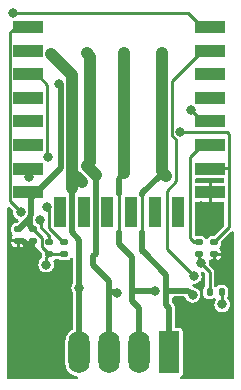
<source format=gtl>
G04 #@! TF.GenerationSoftware,KiCad,Pcbnew,6.0.10-86aedd382b~118~ubuntu22.04.1*
G04 #@! TF.CreationDate,2023-01-28T15:28:02-08:00*
G04 #@! TF.ProjectId,esp8266-dongle,65737038-3236-4362-9d64-6f6e676c652e,rev?*
G04 #@! TF.SameCoordinates,Original*
G04 #@! TF.FileFunction,Copper,L1,Top*
G04 #@! TF.FilePolarity,Positive*
%FSLAX46Y46*%
G04 Gerber Fmt 4.6, Leading zero omitted, Abs format (unit mm)*
G04 Created by KiCad (PCBNEW 6.0.10-86aedd382b~118~ubuntu22.04.1) date 2023-01-28 15:28:02*
%MOMM*%
%LPD*%
G01*
G04 APERTURE LIST*
G04 Aperture macros list*
%AMRoundRect*
0 Rectangle with rounded corners*
0 $1 Rounding radius*
0 $2 $3 $4 $5 $6 $7 $8 $9 X,Y pos of 4 corners*
0 Add a 4 corners polygon primitive as box body*
4,1,4,$2,$3,$4,$5,$6,$7,$8,$9,$2,$3,0*
0 Add four circle primitives for the rounded corners*
1,1,$1+$1,$2,$3*
1,1,$1+$1,$4,$5*
1,1,$1+$1,$6,$7*
1,1,$1+$1,$8,$9*
0 Add four rect primitives between the rounded corners*
20,1,$1+$1,$2,$3,$4,$5,0*
20,1,$1+$1,$4,$5,$6,$7,0*
20,1,$1+$1,$6,$7,$8,$9,0*
20,1,$1+$1,$8,$9,$2,$3,0*%
G04 Aperture macros list end*
G04 #@! TA.AperFunction,SMDPad,CuDef*
%ADD10RoundRect,0.135000X0.185000X-0.135000X0.185000X0.135000X-0.185000X0.135000X-0.185000X-0.135000X0*%
G04 #@! TD*
G04 #@! TA.AperFunction,SMDPad,CuDef*
%ADD11RoundRect,0.135000X-0.185000X0.135000X-0.185000X-0.135000X0.185000X-0.135000X0.185000X0.135000X0*%
G04 #@! TD*
G04 #@! TA.AperFunction,SMDPad,CuDef*
%ADD12R,2.500000X1.100000*%
G04 #@! TD*
G04 #@! TA.AperFunction,SMDPad,CuDef*
%ADD13R,1.100000X2.500000*%
G04 #@! TD*
G04 #@! TA.AperFunction,ComponentPad*
%ADD14R,1.800000X3.600000*%
G04 #@! TD*
G04 #@! TA.AperFunction,ComponentPad*
%ADD15O,1.800000X3.600000*%
G04 #@! TD*
G04 #@! TA.AperFunction,SMDPad,CuDef*
%ADD16RoundRect,0.140000X-0.170000X0.140000X-0.170000X-0.140000X0.170000X-0.140000X0.170000X0.140000X0*%
G04 #@! TD*
G04 #@! TA.AperFunction,SMDPad,CuDef*
%ADD17RoundRect,0.135000X-0.135000X-0.185000X0.135000X-0.185000X0.135000X0.185000X-0.135000X0.185000X0*%
G04 #@! TD*
G04 #@! TA.AperFunction,ViaPad*
%ADD18C,0.800000*%
G04 #@! TD*
G04 #@! TA.AperFunction,Conductor*
%ADD19C,0.500000*%
G04 #@! TD*
G04 #@! TA.AperFunction,Conductor*
%ADD20C,0.250000*%
G04 #@! TD*
G04 #@! TA.AperFunction,Conductor*
%ADD21C,1.000000*%
G04 #@! TD*
G04 APERTURE END LIST*
D10*
G04 #@! TO.P,R2,1*
G04 #@! TO.N,+3V3*
X122555000Y-98300000D03*
G04 #@! TO.P,R2,2*
G04 #@! TO.N,/GPIO2*
X122555000Y-97280000D03*
G04 #@! TD*
D11*
G04 #@! TO.P,R1,1*
G04 #@! TO.N,/ROUTER_RX*
X123825000Y-97280000D03*
G04 #@! TO.P,R1,2*
G04 #@! TO.N,GND*
X123825000Y-98300000D03*
G04 #@! TD*
D12*
G04 #@! TO.P,U1,1,REST*
G04 #@! TO.N,/RESET*
X108090000Y-79060000D03*
G04 #@! TO.P,U1,2,ADC*
G04 #@! TO.N,/ADC*
X108090000Y-81060000D03*
G04 #@! TO.P,U1,3,CH_PD*
G04 #@! TO.N,/CH_PD*
X108090000Y-83060000D03*
G04 #@! TO.P,U1,4,GPIO16*
G04 #@! TO.N,/GPIO16*
X108090000Y-85060000D03*
G04 #@! TO.P,U1,5,GPIO14*
G04 #@! TO.N,/GPIO14*
X108090000Y-87060000D03*
G04 #@! TO.P,U1,6,GPIO12*
G04 #@! TO.N,/GPIO12*
X108090000Y-89060000D03*
G04 #@! TO.P,U1,7,GPIO13*
G04 #@! TO.N,/ROUTER_TX*
X108090000Y-91060000D03*
G04 #@! TO.P,U1,8,VCC*
G04 #@! TO.N,+3V3*
X108090000Y-93060000D03*
G04 #@! TO.P,U1,9,GND*
G04 #@! TO.N,GND*
X123490000Y-93060000D03*
G04 #@! TO.P,U1,10,GPIO15*
G04 #@! TO.N,/ROUTER_RX*
X123490000Y-91060000D03*
G04 #@! TO.P,U1,11,GPIO2*
G04 #@! TO.N,/GPIO2*
X123490000Y-89060000D03*
G04 #@! TO.P,U1,12,GPIO0*
G04 #@! TO.N,/GPIO0*
X123490000Y-87060000D03*
G04 #@! TO.P,U1,13,GPIO4*
G04 #@! TO.N,/GPIO4*
X123490000Y-85060000D03*
G04 #@! TO.P,U1,14,GPIO5*
G04 #@! TO.N,/GPIO5*
X123490000Y-83060000D03*
G04 #@! TO.P,U1,15,RXD*
G04 #@! TO.N,/RXD*
X123490000Y-81060000D03*
G04 #@! TO.P,U1,16,TXD*
G04 #@! TO.N,/TXD*
X123490000Y-79060000D03*
D13*
G04 #@! TO.P,U1,17,CS0*
G04 #@! TO.N,unconnected-(U1-Pad17)*
X110780000Y-94760000D03*
G04 #@! TO.P,U1,18,MISO*
G04 #@! TO.N,unconnected-(U1-Pad18)*
X112780000Y-94760000D03*
G04 #@! TO.P,U1,19,GPIO9*
G04 #@! TO.N,/GPIO9*
X114780000Y-94760000D03*
G04 #@! TO.P,U1,20,GPIO10*
G04 #@! TO.N,/GPIO10*
X116780000Y-94760000D03*
G04 #@! TO.P,U1,21,MOSI*
G04 #@! TO.N,unconnected-(U1-Pad21)*
X118780000Y-94760000D03*
G04 #@! TO.P,U1,22,SCLK*
G04 #@! TO.N,unconnected-(U1-Pad22)*
X120780000Y-94760000D03*
G04 #@! TD*
D14*
G04 #@! TO.P,J1,1,Pin_1*
G04 #@! TO.N,/PIN1*
X120000000Y-106600000D03*
D15*
G04 #@! TO.P,J1,2,Pin_2*
G04 #@! TO.N,/PIN2*
X117460000Y-106600000D03*
G04 #@! TO.P,J1,3,Pin_3*
G04 #@! TO.N,/PIN3*
X114920000Y-106600000D03*
G04 #@! TO.P,J1,4,Pin_4*
G04 #@! TO.N,/PIN4*
X112380000Y-106600000D03*
G04 #@! TD*
D16*
G04 #@! TO.P,C1,1*
G04 #@! TO.N,+3V3*
X107215000Y-96195000D03*
G04 #@! TO.P,C1,2*
G04 #@! TO.N,GND*
X107215000Y-97155000D03*
G04 #@! TD*
D10*
G04 #@! TO.P,R5,1*
G04 #@! TO.N,+3V3*
X111125000Y-98300000D03*
G04 #@! TO.P,R5,2*
G04 #@! TO.N,/CH_PD*
X111125000Y-97280000D03*
G04 #@! TD*
D16*
G04 #@! TO.P,C2,1*
G04 #@! TO.N,+3V3*
X108485000Y-96195000D03*
G04 #@! TO.P,C2,2*
G04 #@! TO.N,GND*
X108485000Y-97155000D03*
G04 #@! TD*
D10*
G04 #@! TO.P,R6,1*
G04 #@! TO.N,+3V3*
X109855000Y-98300000D03*
G04 #@! TO.P,R6,2*
G04 #@! TO.N,/RESET*
X109855000Y-97280000D03*
G04 #@! TD*
D17*
G04 #@! TO.P,R7,1*
G04 #@! TO.N,+3V3*
X123440000Y-101500000D03*
G04 #@! TO.P,R7,2*
G04 #@! TO.N,/GPIO0*
X124460000Y-101500000D03*
G04 #@! TD*
D18*
G04 #@! TO.N,+3V3*
X110680011Y-83861607D03*
X109601000Y-99187000D03*
X122700000Y-99050000D03*
G04 #@! TO.N,GND*
X124206000Y-94361000D03*
X123825000Y-99060000D03*
X122682000Y-94234000D03*
X108028827Y-97589031D03*
G04 #@! TO.N,/PIN1*
X119779511Y-91675489D03*
X119380000Y-81280000D03*
X122000000Y-101750000D03*
G04 #@! TO.N,/PIN2*
X116205000Y-81280000D03*
X118800000Y-101400000D03*
X116205000Y-91440000D03*
G04 #@! TO.N,/PIN3*
X113030000Y-81280000D03*
X113030000Y-90805000D03*
X115600000Y-101550000D03*
G04 #@! TO.N,/PIN4*
X112385000Y-101135000D03*
X112649000Y-92202000D03*
X109939502Y-81280000D03*
G04 #@! TO.N,/ROUTER_TX*
X108174500Y-91758008D03*
G04 #@! TO.N,/ROUTER_RX*
X120950000Y-87950000D03*
G04 #@! TO.N,/CH_PD*
X109740076Y-90056476D03*
X109630498Y-94300000D03*
G04 #@! TO.N,/RESET*
X107442000Y-94742000D03*
X109093000Y-95377000D03*
G04 #@! TO.N,/GPIO0*
X121846047Y-86061888D03*
X124500000Y-102550000D03*
G04 #@! TO.N,/RXD*
X122097831Y-100156520D03*
G04 #@! TO.N,/TXD*
X106781788Y-77913331D03*
G04 #@! TD*
D19*
G04 #@! TO.N,+3V3*
X110818717Y-84000313D02*
X110680011Y-83861607D01*
D20*
X123440000Y-99790000D02*
X122700000Y-99050000D01*
D19*
X108291501Y-94977122D02*
X108243499Y-95025124D01*
D20*
X109855000Y-98300000D02*
X111125000Y-98300000D01*
D19*
X108790000Y-93060000D02*
X108291501Y-93558499D01*
D20*
X122555000Y-98300000D02*
X122555000Y-98905000D01*
D19*
X110818717Y-91031283D02*
X110818717Y-84000313D01*
X108243499Y-95025124D02*
X108243499Y-95266501D01*
X108243499Y-95266501D02*
X108243499Y-95953499D01*
D20*
X109210480Y-96913550D02*
X109210480Y-97655480D01*
X109210480Y-97655480D02*
X109855000Y-98300000D01*
X108491930Y-96195000D02*
X109210480Y-96913550D01*
X109601000Y-98554000D02*
X109855000Y-98300000D01*
D19*
X108291501Y-93558499D02*
X108291501Y-94977122D01*
D20*
X122555000Y-98905000D02*
X122700000Y-99050000D01*
D19*
X108243499Y-95266501D02*
X107315000Y-96195000D01*
D20*
X109601000Y-99187000D02*
X109601000Y-98554000D01*
X123440000Y-101500000D02*
X123440000Y-99790000D01*
D19*
X108243499Y-95953499D02*
X108485000Y-96195000D01*
X108790000Y-93060000D02*
X110818717Y-91031283D01*
G04 #@! TO.N,GND*
X108150969Y-97589031D02*
X108028827Y-97589031D01*
X107594796Y-97155000D02*
X108028827Y-97589031D01*
X107315000Y-97155000D02*
X107594796Y-97155000D01*
X108585000Y-97155000D02*
X108150969Y-97589031D01*
D20*
X123825000Y-98300000D02*
X123825000Y-99060000D01*
D19*
G04 #@! TO.N,/PIN1*
X117750000Y-93150000D02*
X119224511Y-91675489D01*
D20*
X117750000Y-96459500D02*
X117750000Y-93300000D01*
D21*
X119380000Y-81280000D02*
X119380000Y-91275978D01*
D19*
X121627295Y-101377295D02*
X122000000Y-101750000D01*
X119777295Y-100027295D02*
X117900000Y-98150000D01*
X119777295Y-102642295D02*
X120005000Y-102870000D01*
X120005000Y-102870000D02*
X120005000Y-107495000D01*
X119224511Y-91675489D02*
X119779511Y-91675489D01*
X117900000Y-98150000D02*
X117750000Y-98000000D01*
X117750000Y-93300000D02*
X117750000Y-93150000D01*
D21*
X119380000Y-91275978D02*
X119779511Y-91675489D01*
D19*
X117750000Y-98000000D02*
X117750000Y-96459500D01*
X119777295Y-101377295D02*
X119777295Y-102642295D01*
X119777295Y-101377295D02*
X119777295Y-100027295D01*
X119777295Y-101377295D02*
X121627295Y-101377295D01*
G04 #@! TO.N,/PIN2*
X118769520Y-101430480D02*
X118800000Y-101400000D01*
X115750000Y-97400000D02*
X116880480Y-98530480D01*
X116880480Y-101430480D02*
X116880480Y-98530480D01*
X116880480Y-102285480D02*
X116880480Y-101430480D01*
X116880480Y-101430480D02*
X118769520Y-101430480D01*
X117465000Y-102870000D02*
X116880480Y-102285480D01*
X115750000Y-97400000D02*
X115750000Y-96459500D01*
D20*
X115750000Y-96459500D02*
X115750000Y-93200000D01*
D19*
X115750000Y-93200000D02*
X115750000Y-91895000D01*
X115750000Y-91895000D02*
X116205000Y-91440000D01*
X117465000Y-102870000D02*
X117465000Y-107495000D01*
D21*
X116205000Y-81280000D02*
X116205000Y-91440000D01*
G04 #@! TO.N,/PIN3*
X113340510Y-81590510D02*
X113030000Y-81280000D01*
D19*
X115575000Y-101525000D02*
X115600000Y-101550000D01*
X114925000Y-100553067D02*
X114925000Y-101525000D01*
D21*
X113779511Y-91554511D02*
X113030000Y-90805000D01*
D19*
X114925000Y-101525000D02*
X115575000Y-101525000D01*
X113578372Y-99206439D02*
X114925000Y-100553067D01*
D21*
X113340510Y-90494490D02*
X113340510Y-81590510D01*
D19*
X113779511Y-91554511D02*
X113779511Y-98290485D01*
X114925000Y-101525000D02*
X114925000Y-107495000D01*
D21*
X113030000Y-90805000D02*
X113340510Y-90494490D01*
D19*
X113578372Y-98491624D02*
X113578372Y-99206439D01*
X113779511Y-98290485D02*
X113578372Y-98491624D01*
D21*
G04 #@! TO.N,/PIN4*
X112248489Y-91801489D02*
X112649000Y-92202000D01*
X111779511Y-83120009D02*
X110039511Y-81380009D01*
X111779511Y-91801489D02*
X112248489Y-91801489D01*
X111779511Y-91801489D02*
X111779511Y-83120009D01*
D19*
X111779511Y-92729511D02*
X111779511Y-96458533D01*
X111779511Y-96458533D02*
X112385000Y-97064022D01*
X112385000Y-97064022D02*
X112385000Y-107495000D01*
D21*
X111779511Y-92729511D02*
X111779511Y-91801489D01*
D20*
G04 #@! TO.N,/ROUTER_TX*
X108790000Y-91060000D02*
X108174500Y-91675500D01*
X108174500Y-91675500D02*
X108174500Y-91758008D01*
G04 #@! TO.N,/ROUTER_RX*
X125065000Y-96040000D02*
X123825000Y-97280000D01*
X124900000Y-87950000D02*
X120950000Y-87950000D01*
X125065000Y-88115000D02*
X124900000Y-87950000D01*
X125065000Y-91040195D02*
X125065000Y-88115000D01*
X125065000Y-91040195D02*
X122809805Y-91040195D01*
X125065000Y-91040195D02*
X125065000Y-96040000D01*
G04 #@! TO.N,/GPIO2*
X122790000Y-89060000D02*
X121800000Y-90050000D01*
X122130000Y-97280000D02*
X122555000Y-97280000D01*
X121800000Y-90050000D02*
X121800000Y-96950000D01*
X121800000Y-96950000D02*
X122130000Y-97280000D01*
G04 #@! TO.N,/CH_PD*
X109651917Y-94321419D02*
X109630498Y-94300000D01*
X109664511Y-83934511D02*
X109664511Y-89980911D01*
X109664511Y-89980911D02*
X109740076Y-90056476D01*
X108790000Y-83060000D02*
X109664511Y-83934511D01*
X109817501Y-94321419D02*
X109651917Y-94321419D01*
X109817501Y-96100797D02*
X110996704Y-97280000D01*
X109817501Y-94321419D02*
X109817501Y-96100797D01*
G04 #@! TO.N,/RESET*
X106515489Y-79539511D02*
X106515489Y-93815489D01*
X109119520Y-95403520D02*
X109119520Y-96038520D01*
X109855000Y-96774000D02*
X109855000Y-97280000D01*
X109119520Y-96038520D02*
X109855000Y-96774000D01*
X106515489Y-79539511D02*
X106995000Y-79060000D01*
X109093000Y-95377000D02*
X109119520Y-95403520D01*
X106515489Y-93815489D02*
X107442000Y-94742000D01*
G04 #@! TO.N,/GPIO0*
X122790000Y-87005841D02*
X121846047Y-86061888D01*
X124500000Y-102550000D02*
X124460000Y-102510000D01*
X124460000Y-102510000D02*
X124460000Y-101500000D01*
G04 #@! TO.N,/RXD*
X119800000Y-92950000D02*
X119800000Y-97858689D01*
X120625500Y-92124500D02*
X119800000Y-92950000D01*
X122790000Y-81060000D02*
X120225500Y-83624500D01*
X120625500Y-88650098D02*
X120625500Y-92124500D01*
X120225500Y-88250098D02*
X120625500Y-88650098D01*
X120225500Y-83624500D02*
X120225500Y-88250098D01*
X119800000Y-97858689D02*
X122097831Y-100156520D01*
G04 #@! TO.N,/TXD*
X106845119Y-77850000D02*
X106781788Y-77913331D01*
X106845119Y-77850000D02*
X121580000Y-77850000D01*
X122790000Y-79060000D02*
X121580000Y-77850000D01*
G04 #@! TD*
G04 #@! TA.AperFunction,Conductor*
G04 #@! TO.N,GND*
G36*
X106508012Y-94345160D02*
G01*
X106514595Y-94351289D01*
X106752249Y-94588943D01*
X106786275Y-94651255D01*
X106788076Y-94694482D01*
X106782729Y-94735096D01*
X106800113Y-94892553D01*
X106854553Y-95041319D01*
X106942908Y-95172805D01*
X107060076Y-95279419D01*
X107196761Y-95353633D01*
X107196762Y-95353634D01*
X107199293Y-95355008D01*
X107199064Y-95355430D01*
X107251150Y-95396072D01*
X107274625Y-95463075D01*
X107258148Y-95532134D01*
X107237886Y-95558643D01*
X107172933Y-95623596D01*
X107110621Y-95657622D01*
X107083838Y-95660501D01*
X107013956Y-95660501D01*
X106990792Y-95664170D01*
X106931371Y-95673580D01*
X106931369Y-95673581D01*
X106921573Y-95675132D01*
X106810229Y-95731865D01*
X106721865Y-95820229D01*
X106665132Y-95931573D01*
X106650500Y-96023955D01*
X106650501Y-96366044D01*
X106651276Y-96370937D01*
X106657445Y-96409887D01*
X106665132Y-96458427D01*
X106721865Y-96569771D01*
X106738352Y-96586258D01*
X106772378Y-96648570D01*
X106767313Y-96719385D01*
X106738352Y-96764448D01*
X106729285Y-96773515D01*
X106717774Y-96789358D01*
X106670114Y-96882897D01*
X106664062Y-96901521D01*
X106651775Y-96979103D01*
X106651000Y-96988946D01*
X106651000Y-97009885D01*
X106655475Y-97025124D01*
X106656865Y-97026329D01*
X106664548Y-97028000D01*
X107216000Y-97028000D01*
X107284121Y-97048002D01*
X107330614Y-97101658D01*
X107342000Y-97154000D01*
X107342000Y-97670884D01*
X107346475Y-97686123D01*
X107347865Y-97687328D01*
X107355548Y-97688999D01*
X107411051Y-97688999D01*
X107420900Y-97688224D01*
X107498472Y-97675939D01*
X107517108Y-97669884D01*
X107610642Y-97622226D01*
X107626485Y-97610715D01*
X107700715Y-97536485D01*
X107712226Y-97520642D01*
X107737733Y-97470582D01*
X107786481Y-97418967D01*
X107855396Y-97401901D01*
X107922598Y-97424802D01*
X107962267Y-97470582D01*
X107987774Y-97520642D01*
X107999285Y-97536485D01*
X108073515Y-97610715D01*
X108089358Y-97622226D01*
X108182897Y-97669886D01*
X108201521Y-97675938D01*
X108279103Y-97688225D01*
X108288946Y-97689000D01*
X108339885Y-97689000D01*
X108355124Y-97684525D01*
X108356329Y-97683135D01*
X108358000Y-97675452D01*
X108358000Y-97154000D01*
X108378002Y-97085879D01*
X108431658Y-97039386D01*
X108484000Y-97028000D01*
X108486000Y-97028000D01*
X108554121Y-97048002D01*
X108600614Y-97101658D01*
X108612000Y-97154000D01*
X108612000Y-97670884D01*
X108616475Y-97686123D01*
X108617865Y-97687328D01*
X108625548Y-97688999D01*
X108681051Y-97688999D01*
X108690902Y-97688224D01*
X108705677Y-97685884D01*
X108776088Y-97694985D01*
X108830401Y-97740708D01*
X108840712Y-97762949D01*
X108841004Y-97762809D01*
X108842510Y-97765944D01*
X108845220Y-97772560D01*
X108846476Y-97780106D01*
X108851423Y-97789275D01*
X108851424Y-97789277D01*
X108870814Y-97825212D01*
X108873511Y-97830505D01*
X108892265Y-97869562D01*
X108892268Y-97869566D01*
X108895699Y-97876712D01*
X108899294Y-97880988D01*
X108901217Y-97882911D01*
X108902989Y-97884843D01*
X108903032Y-97884922D01*
X108902908Y-97885035D01*
X108903384Y-97885575D01*
X108906470Y-97891294D01*
X108914115Y-97898361D01*
X108946066Y-97927896D01*
X108949632Y-97931326D01*
X109241613Y-98223307D01*
X109275639Y-98285619D01*
X109270574Y-98356434D01*
X109267091Y-98364528D01*
X109263844Y-98368647D01*
X109260812Y-98377281D01*
X109255486Y-98384734D01*
X109242810Y-98427121D01*
X109240799Y-98433844D01*
X109238964Y-98439492D01*
X109224610Y-98480367D01*
X109221982Y-98487851D01*
X109221500Y-98493416D01*
X109221500Y-98496124D01*
X109221386Y-98498758D01*
X109221357Y-98498856D01*
X109221193Y-98498849D01*
X109221149Y-98499553D01*
X109219287Y-98505778D01*
X109220843Y-98545391D01*
X109221403Y-98559635D01*
X109221500Y-98564582D01*
X109221500Y-98592187D01*
X109201498Y-98660308D01*
X109178330Y-98687135D01*
X109111039Y-98745838D01*
X109019950Y-98875444D01*
X108962406Y-99023037D01*
X108961414Y-99030570D01*
X108961414Y-99030571D01*
X108944516Y-99158930D01*
X108941729Y-99180096D01*
X108944775Y-99207686D01*
X108956049Y-99309798D01*
X108959113Y-99337553D01*
X108961723Y-99344684D01*
X108961723Y-99344686D01*
X109007601Y-99470053D01*
X109013553Y-99486319D01*
X109017789Y-99492622D01*
X109017789Y-99492623D01*
X109096909Y-99610365D01*
X109101908Y-99617805D01*
X109107527Y-99622918D01*
X109107528Y-99622919D01*
X109190427Y-99698351D01*
X109219076Y-99724419D01*
X109358293Y-99800008D01*
X109511522Y-99840207D01*
X109594921Y-99841517D01*
X109662319Y-99842576D01*
X109662322Y-99842576D01*
X109669916Y-99842695D01*
X109824332Y-99807329D01*
X109903721Y-99767401D01*
X109959072Y-99739563D01*
X109959075Y-99739561D01*
X109965855Y-99736151D01*
X109971626Y-99731222D01*
X109971629Y-99731220D01*
X110080536Y-99638204D01*
X110080536Y-99638203D01*
X110086314Y-99633269D01*
X110178755Y-99504624D01*
X110237842Y-99357641D01*
X110260162Y-99200807D01*
X110260307Y-99187000D01*
X110241276Y-99029733D01*
X110198738Y-98917161D01*
X110193370Y-98846368D01*
X110227127Y-98783910D01*
X110259398Y-98760358D01*
X110262960Y-98758543D01*
X110262964Y-98758540D01*
X110271796Y-98754040D01*
X110309431Y-98716405D01*
X110371743Y-98682379D01*
X110398526Y-98679500D01*
X110581474Y-98679500D01*
X110649595Y-98699502D01*
X110670569Y-98716405D01*
X110708204Y-98754040D01*
X110818138Y-98810054D01*
X110827927Y-98811604D01*
X110827929Y-98811605D01*
X110854421Y-98815801D01*
X110909347Y-98824500D01*
X111124956Y-98824500D01*
X111340652Y-98824499D01*
X111345546Y-98823724D01*
X111422064Y-98811606D01*
X111422066Y-98811605D01*
X111431862Y-98810054D01*
X111541796Y-98754040D01*
X111629040Y-98666796D01*
X111633542Y-98657961D01*
X111642233Y-98640904D01*
X111690981Y-98589288D01*
X111759896Y-98572222D01*
X111827097Y-98595122D01*
X111871250Y-98650720D01*
X111880500Y-98698106D01*
X111880500Y-100674676D01*
X111857587Y-100747126D01*
X111803950Y-100823444D01*
X111791764Y-100854700D01*
X111757511Y-100942555D01*
X111746406Y-100971037D01*
X111745414Y-100978570D01*
X111745414Y-100978571D01*
X111726762Y-101120251D01*
X111725729Y-101128096D01*
X111732459Y-101189052D01*
X111738586Y-101244546D01*
X111743113Y-101285553D01*
X111745723Y-101292684D01*
X111745723Y-101292686D01*
X111793162Y-101422319D01*
X111797553Y-101434319D01*
X111801789Y-101440622D01*
X111801789Y-101440623D01*
X111859082Y-101525884D01*
X111880500Y-101596160D01*
X111880500Y-104582056D01*
X111860498Y-104650177D01*
X111818923Y-104690341D01*
X111703463Y-104759032D01*
X111703460Y-104759034D01*
X111698495Y-104761988D01*
X111694155Y-104765794D01*
X111694151Y-104765797D01*
X111543309Y-104898083D01*
X111538968Y-104901890D01*
X111407607Y-105068520D01*
X111308812Y-105256299D01*
X111245891Y-105458938D01*
X111245212Y-105464674D01*
X111245212Y-105464675D01*
X111227298Y-105616028D01*
X111225500Y-105631216D01*
X111225500Y-107553827D01*
X111228270Y-107583972D01*
X111236063Y-107668778D01*
X111239969Y-107711292D01*
X111241536Y-107716849D01*
X111241537Y-107716853D01*
X111245279Y-107730121D01*
X111297564Y-107915508D01*
X111391410Y-108105809D01*
X111518364Y-108275821D01*
X111522598Y-108279735D01*
X111522600Y-108279737D01*
X111546595Y-108301917D01*
X111674174Y-108419850D01*
X111853623Y-108533074D01*
X112050700Y-108611700D01*
X112056357Y-108612825D01*
X112056363Y-108612827D01*
X112172469Y-108635921D01*
X112235379Y-108668828D01*
X112270511Y-108730523D01*
X112266711Y-108801418D01*
X112225186Y-108859004D01*
X112159119Y-108884998D01*
X112147888Y-108885500D01*
X106425500Y-108885500D01*
X106357379Y-108865498D01*
X106310886Y-108811842D01*
X106299500Y-108759500D01*
X106299500Y-97321051D01*
X106651001Y-97321051D01*
X106651776Y-97330900D01*
X106664061Y-97408472D01*
X106670116Y-97427108D01*
X106717774Y-97520642D01*
X106729285Y-97536485D01*
X106803515Y-97610715D01*
X106819358Y-97622226D01*
X106912897Y-97669886D01*
X106931521Y-97675938D01*
X107009103Y-97688225D01*
X107018946Y-97689000D01*
X107069885Y-97689000D01*
X107085124Y-97684525D01*
X107086329Y-97683135D01*
X107088000Y-97675452D01*
X107088000Y-97300115D01*
X107083525Y-97284876D01*
X107082135Y-97283671D01*
X107074452Y-97282000D01*
X106669116Y-97282000D01*
X106653877Y-97286475D01*
X106652672Y-97287865D01*
X106651001Y-97295548D01*
X106651001Y-97321051D01*
X106299500Y-97321051D01*
X106299500Y-94440384D01*
X106319502Y-94372263D01*
X106373158Y-94325770D01*
X106443432Y-94315666D01*
X106508012Y-94345160D01*
G37*
G04 #@! TD.AperFunction*
G04 #@! TA.AperFunction,Conductor*
G36*
X125393532Y-96352328D02*
G01*
X125450368Y-96394875D01*
X125475179Y-96461395D01*
X125475500Y-96470384D01*
X125475500Y-108759500D01*
X125455498Y-108827621D01*
X125401842Y-108874114D01*
X125349500Y-108885500D01*
X121033086Y-108885500D01*
X120964965Y-108865498D01*
X120918472Y-108811842D01*
X120908368Y-108741568D01*
X120937862Y-108676988D01*
X120984869Y-108643091D01*
X120987129Y-108642155D01*
X120999301Y-108639734D01*
X121009618Y-108632841D01*
X121009619Y-108632840D01*
X121073168Y-108590377D01*
X121083484Y-108583484D01*
X121139734Y-108499301D01*
X121154500Y-108425067D01*
X121154499Y-104774934D01*
X121139734Y-104700699D01*
X121117168Y-104666926D01*
X121090377Y-104626832D01*
X121083484Y-104616516D01*
X120999301Y-104560266D01*
X120925067Y-104545500D01*
X120635500Y-104545500D01*
X120567379Y-104525498D01*
X120520886Y-104471842D01*
X120509500Y-104419500D01*
X120509500Y-102940624D01*
X120510841Y-102928619D01*
X120510345Y-102928579D01*
X120511065Y-102919632D01*
X120513046Y-102910876D01*
X120509742Y-102857618D01*
X120509500Y-102849816D01*
X120509500Y-102833774D01*
X120508682Y-102828058D01*
X120508035Y-102823547D01*
X120507003Y-102813477D01*
X120504654Y-102775600D01*
X120504654Y-102775598D01*
X120504098Y-102766641D01*
X120501051Y-102758201D01*
X120500370Y-102754911D01*
X120496416Y-102739054D01*
X120495473Y-102735829D01*
X120494201Y-102726948D01*
X120490488Y-102718780D01*
X120474773Y-102684218D01*
X120470969Y-102674875D01*
X120455027Y-102630715D01*
X120449732Y-102623467D01*
X120448147Y-102620486D01*
X120439907Y-102606387D01*
X120438103Y-102603567D01*
X120434388Y-102595395D01*
X120428530Y-102588596D01*
X120403751Y-102559838D01*
X120397469Y-102551926D01*
X120392404Y-102544993D01*
X120392393Y-102544980D01*
X120389526Y-102541056D01*
X120378664Y-102530194D01*
X120372313Y-102523354D01*
X120372307Y-102523347D01*
X120340056Y-102485918D01*
X120332523Y-102481035D01*
X120325762Y-102475137D01*
X120328115Y-102472440D01*
X120292976Y-102431562D01*
X120281795Y-102379672D01*
X120281795Y-102007795D01*
X120301797Y-101939674D01*
X120355453Y-101893181D01*
X120407795Y-101881795D01*
X121263186Y-101881795D01*
X121331307Y-101901797D01*
X121377800Y-101955453D01*
X121381512Y-101964495D01*
X121409941Y-102042183D01*
X121409943Y-102042187D01*
X121412553Y-102049319D01*
X121416789Y-102055622D01*
X121416789Y-102055623D01*
X121448332Y-102102563D01*
X121500908Y-102180805D01*
X121506527Y-102185918D01*
X121506528Y-102185919D01*
X121589930Y-102261808D01*
X121618076Y-102287419D01*
X121757293Y-102363008D01*
X121910522Y-102403207D01*
X121994477Y-102404526D01*
X122061319Y-102405576D01*
X122061322Y-102405576D01*
X122068916Y-102405695D01*
X122223332Y-102370329D01*
X122328915Y-102317227D01*
X122358072Y-102302563D01*
X122358075Y-102302561D01*
X122364855Y-102299151D01*
X122370626Y-102294222D01*
X122370629Y-102294220D01*
X122479536Y-102201204D01*
X122479536Y-102201203D01*
X122485314Y-102196269D01*
X122577755Y-102067624D01*
X122636842Y-101920641D01*
X122651778Y-101815695D01*
X122658581Y-101767891D01*
X122658581Y-101767888D01*
X122659162Y-101763807D01*
X122659307Y-101750000D01*
X122640276Y-101592733D01*
X122584280Y-101444546D01*
X122494553Y-101313992D01*
X122470640Y-101292686D01*
X122455788Y-101279454D01*
X122376275Y-101208611D01*
X122236274Y-101134484D01*
X122087136Y-101097023D01*
X122021878Y-101056482D01*
X122020231Y-101054547D01*
X122015442Y-101046956D01*
X121997747Y-101031328D01*
X121959928Y-100971243D01*
X121960597Y-100900250D01*
X121999542Y-100840888D01*
X122064398Y-100812005D01*
X122083131Y-100810902D01*
X122159149Y-100812096D01*
X122159152Y-100812096D01*
X122166747Y-100812215D01*
X122321163Y-100776849D01*
X122423992Y-100725132D01*
X122455903Y-100709083D01*
X122455906Y-100709081D01*
X122462686Y-100705671D01*
X122468457Y-100700742D01*
X122468460Y-100700740D01*
X122577367Y-100607724D01*
X122577367Y-100607723D01*
X122583145Y-100602789D01*
X122675586Y-100474144D01*
X122734673Y-100327161D01*
X122749337Y-100224123D01*
X122756412Y-100174411D01*
X122756412Y-100174408D01*
X122756993Y-100170327D01*
X122757138Y-100156520D01*
X122755392Y-100142087D01*
X122746157Y-100065775D01*
X122738107Y-99999253D01*
X122717542Y-99944830D01*
X122712174Y-99874037D01*
X122745931Y-99811579D01*
X122808097Y-99777287D01*
X122878934Y-99782049D01*
X122924503Y-99811197D01*
X123023595Y-99910289D01*
X123057621Y-99972601D01*
X123060500Y-99999384D01*
X123060500Y-100956474D01*
X123040498Y-101024595D01*
X123023595Y-101045569D01*
X122985960Y-101083204D01*
X122929946Y-101193138D01*
X122928396Y-101202927D01*
X122928395Y-101202929D01*
X122926695Y-101213664D01*
X122915500Y-101284347D01*
X122915501Y-101715652D01*
X122929946Y-101806862D01*
X122985960Y-101916796D01*
X123073204Y-102004040D01*
X123183138Y-102060054D01*
X123192927Y-102061604D01*
X123192929Y-102061605D01*
X123219421Y-102065801D01*
X123274347Y-102074500D01*
X123439966Y-102074500D01*
X123605652Y-102074499D01*
X123610546Y-102073724D01*
X123687064Y-102061606D01*
X123687066Y-102061605D01*
X123696862Y-102060054D01*
X123710067Y-102053326D01*
X123759524Y-102028126D01*
X123786209Y-102014530D01*
X123855983Y-102001426D01*
X123921768Y-102028126D01*
X123962675Y-102086153D01*
X123965716Y-102157085D01*
X123946497Y-102199247D01*
X123925634Y-102228933D01*
X123918950Y-102238444D01*
X123898443Y-102291042D01*
X123869634Y-102364934D01*
X123861406Y-102386037D01*
X123860414Y-102393570D01*
X123860414Y-102393571D01*
X123841799Y-102534970D01*
X123840729Y-102543096D01*
X123846503Y-102595395D01*
X123856810Y-102688748D01*
X123858113Y-102700553D01*
X123860723Y-102707684D01*
X123860723Y-102707686D01*
X123908200Y-102837423D01*
X123912553Y-102849319D01*
X123916789Y-102855622D01*
X123916789Y-102855623D01*
X123984431Y-102956284D01*
X124000908Y-102980805D01*
X124006527Y-102985918D01*
X124006528Y-102985919D01*
X124112460Y-103082309D01*
X124118076Y-103087419D01*
X124257293Y-103163008D01*
X124410522Y-103203207D01*
X124494477Y-103204526D01*
X124561319Y-103205576D01*
X124561322Y-103205576D01*
X124568916Y-103205695D01*
X124723332Y-103170329D01*
X124801210Y-103131161D01*
X124858072Y-103102563D01*
X124858075Y-103102561D01*
X124864855Y-103099151D01*
X124870626Y-103094222D01*
X124870629Y-103094220D01*
X124979536Y-103001204D01*
X124979536Y-103001203D01*
X124985314Y-102996269D01*
X125077755Y-102867624D01*
X125136842Y-102720641D01*
X125151468Y-102617870D01*
X125158581Y-102567891D01*
X125158581Y-102567888D01*
X125159162Y-102563807D01*
X125159307Y-102550000D01*
X125158263Y-102541368D01*
X125150289Y-102475476D01*
X125140276Y-102392733D01*
X125084280Y-102244546D01*
X124994553Y-102113992D01*
X124942653Y-102067751D01*
X124905097Y-102007500D01*
X124906077Y-101936511D01*
X124914203Y-101916477D01*
X124970054Y-101806862D01*
X124984500Y-101715653D01*
X124984499Y-101284348D01*
X124973185Y-101212909D01*
X124971606Y-101202936D01*
X124971605Y-101202934D01*
X124970054Y-101193138D01*
X124914040Y-101083204D01*
X124826796Y-100995960D01*
X124716862Y-100939946D01*
X124707073Y-100938396D01*
X124707071Y-100938395D01*
X124680579Y-100934199D01*
X124625653Y-100925500D01*
X124460034Y-100925500D01*
X124294348Y-100925501D01*
X124289455Y-100926276D01*
X124289454Y-100926276D01*
X124212936Y-100938394D01*
X124212934Y-100938395D01*
X124203138Y-100939946D01*
X124093204Y-100995960D01*
X124039095Y-101050069D01*
X123976783Y-101084095D01*
X123905968Y-101079030D01*
X123860905Y-101050069D01*
X123856405Y-101045569D01*
X123822379Y-100983257D01*
X123819500Y-100956474D01*
X123819500Y-99843920D01*
X123822049Y-99819972D01*
X123822128Y-99818307D01*
X123824320Y-99808124D01*
X123820373Y-99774777D01*
X123820023Y-99768846D01*
X123819928Y-99768854D01*
X123819500Y-99763676D01*
X123819500Y-99758476D01*
X123818537Y-99752690D01*
X123816331Y-99739435D01*
X123815494Y-99733557D01*
X123810694Y-99692999D01*
X123810694Y-99692998D01*
X123809470Y-99682659D01*
X123805507Y-99674407D01*
X123804004Y-99665374D01*
X123786414Y-99632773D01*
X123779666Y-99620268D01*
X123776969Y-99614975D01*
X123758215Y-99575918D01*
X123758212Y-99575914D01*
X123754781Y-99568768D01*
X123751186Y-99564492D01*
X123749263Y-99562569D01*
X123747491Y-99560637D01*
X123747448Y-99560558D01*
X123747572Y-99560445D01*
X123747096Y-99559905D01*
X123744010Y-99554186D01*
X123735420Y-99546245D01*
X123704414Y-99517584D01*
X123700848Y-99514154D01*
X123390143Y-99203449D01*
X123356117Y-99141137D01*
X123354495Y-99096601D01*
X123358581Y-99067892D01*
X123358581Y-99067886D01*
X123359162Y-99063807D01*
X123359307Y-99050000D01*
X123356855Y-99029733D01*
X123346024Y-98940233D01*
X123357697Y-98870203D01*
X123405379Y-98817601D01*
X123473930Y-98799128D01*
X123510045Y-98805262D01*
X123528088Y-98811124D01*
X123604492Y-98823225D01*
X123614338Y-98824000D01*
X123679885Y-98824000D01*
X123695124Y-98819525D01*
X123696329Y-98818135D01*
X123698000Y-98810452D01*
X123698000Y-98805885D01*
X123952000Y-98805885D01*
X123956475Y-98821124D01*
X123957865Y-98822329D01*
X123965548Y-98824000D01*
X124035662Y-98824000D01*
X124045508Y-98823225D01*
X124121913Y-98811124D01*
X124140540Y-98805072D01*
X124232667Y-98758131D01*
X124248510Y-98746620D01*
X124321620Y-98673510D01*
X124333131Y-98657667D01*
X124380072Y-98565540D01*
X124386124Y-98546913D01*
X124398225Y-98470508D01*
X124399000Y-98460662D01*
X124399000Y-98445115D01*
X124394525Y-98429876D01*
X124393135Y-98428671D01*
X124385452Y-98427000D01*
X123970115Y-98427000D01*
X123954876Y-98431475D01*
X123953671Y-98432865D01*
X123952000Y-98440548D01*
X123952000Y-98805885D01*
X123698000Y-98805885D01*
X123698000Y-98299000D01*
X123718002Y-98230879D01*
X123771658Y-98184386D01*
X123824000Y-98173000D01*
X124380885Y-98173000D01*
X124396124Y-98168525D01*
X124397329Y-98167135D01*
X124399000Y-98159452D01*
X124399000Y-98139338D01*
X124398225Y-98129492D01*
X124386124Y-98053087D01*
X124380072Y-98034460D01*
X124333131Y-97942333D01*
X124321620Y-97926490D01*
X124274578Y-97879448D01*
X124240552Y-97817136D01*
X124245617Y-97746321D01*
X124274578Y-97701258D01*
X124329040Y-97646796D01*
X124385054Y-97536862D01*
X124388503Y-97515089D01*
X124391884Y-97493741D01*
X124399500Y-97445653D01*
X124399499Y-97294385D01*
X124419501Y-97226265D01*
X124436404Y-97205290D01*
X125260405Y-96381289D01*
X125322717Y-96347263D01*
X125393532Y-96352328D01*
G37*
G04 #@! TD.AperFunction*
G04 #@! TA.AperFunction,Conductor*
G36*
X124627621Y-91884501D02*
G01*
X124674114Y-91938157D01*
X124685500Y-91990499D01*
X124685500Y-92130000D01*
X124665498Y-92198121D01*
X124611842Y-92244614D01*
X124559500Y-92256000D01*
X123635115Y-92256000D01*
X123619876Y-92260475D01*
X123618671Y-92261865D01*
X123617000Y-92269548D01*
X123617000Y-93845884D01*
X123621475Y-93861123D01*
X123622865Y-93862328D01*
X123630548Y-93863999D01*
X124559500Y-93863999D01*
X124627621Y-93884001D01*
X124674114Y-93937657D01*
X124685500Y-93989999D01*
X124685500Y-95830614D01*
X124665498Y-95898735D01*
X124648596Y-95919709D01*
X123849710Y-96718596D01*
X123787397Y-96752621D01*
X123760614Y-96755501D01*
X123609348Y-96755501D01*
X123604455Y-96756276D01*
X123604454Y-96756276D01*
X123527936Y-96768394D01*
X123527934Y-96768395D01*
X123518138Y-96769946D01*
X123509301Y-96774449D01*
X123509300Y-96774449D01*
X123458353Y-96800408D01*
X123408204Y-96825960D01*
X123320960Y-96913204D01*
X123316460Y-96922036D01*
X123302267Y-96949891D01*
X123253519Y-97001506D01*
X123184604Y-97018572D01*
X123117402Y-96995671D01*
X123077733Y-96949891D01*
X123063540Y-96922036D01*
X123059040Y-96913204D01*
X122971796Y-96825960D01*
X122861862Y-96769946D01*
X122852073Y-96768396D01*
X122852071Y-96768395D01*
X122825579Y-96764199D01*
X122770653Y-96755500D01*
X122555044Y-96755500D01*
X122339348Y-96755501D01*
X122334459Y-96756275D01*
X122334450Y-96756276D01*
X122325207Y-96757740D01*
X122254797Y-96748639D01*
X122200484Y-96702916D01*
X122179500Y-96633291D01*
X122179500Y-93990000D01*
X122199502Y-93921879D01*
X122253158Y-93875386D01*
X122305500Y-93864000D01*
X123344885Y-93864000D01*
X123360124Y-93859525D01*
X123361329Y-93858135D01*
X123363000Y-93850452D01*
X123363000Y-92274116D01*
X123358525Y-92258877D01*
X123357135Y-92257672D01*
X123349452Y-92256001D01*
X122305500Y-92256001D01*
X122237379Y-92235999D01*
X122190886Y-92182343D01*
X122179500Y-92130001D01*
X122179500Y-91990500D01*
X122199502Y-91922379D01*
X122253158Y-91875886D01*
X122305500Y-91864500D01*
X123248109Y-91864500D01*
X124559500Y-91864499D01*
X124627621Y-91884501D01*
G37*
G04 #@! TD.AperFunction*
G04 #@! TD*
M02*

</source>
